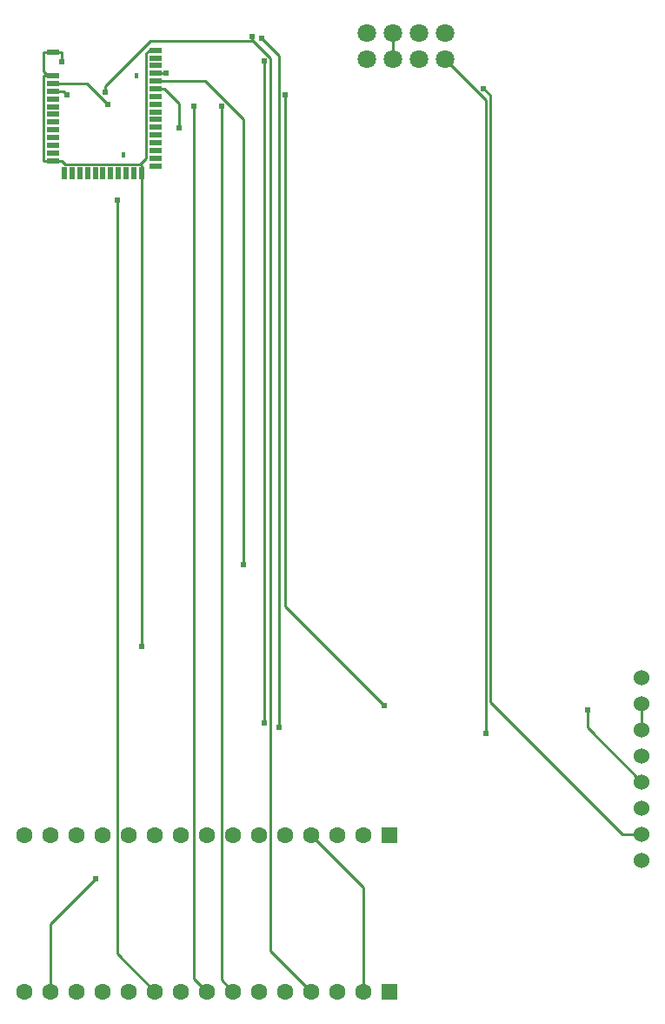
<source format=gtl>
G04 Layer: TopLayer*
G04 EasyEDA v6.5.42, 2024-05-28 01:04:16*
G04 864da046108442dba22ddf06c26b1ed7,510c7b70758e4c7f89447156c1b3190b,10*
G04 Gerber Generator version 0.2*
G04 Scale: 100 percent, Rotated: No, Reflected: No *
G04 Dimensions in millimeters *
G04 leading zeros omitted , absolute positions ,4 integer and 5 decimal *
%FSLAX45Y45*%
%MOMM*%

%ADD10C,0.2540*%
%ADD11R,1.1999X0.4999*%
%ADD12R,0.4999X1.1999*%
%ADD13R,0.4001X0.5999*%
%ADD14C,1.5240*%
%ADD15R,1.6000X1.6000*%
%ADD16C,1.6000*%
%ADD17C,1.8000*%
%ADD18C,0.6100*%

%LPD*%
D10*
X3930294Y3019602D02*
G01*
X2966313Y3983583D01*
X2966313Y8959469D01*
X1806371Y9172473D02*
G01*
X1699996Y9172473D01*
X2762351Y9292056D02*
G01*
X2762351Y2850895D01*
X1699996Y9022486D02*
G01*
X1787905Y9022486D01*
X4898821Y9024950D02*
G01*
X4965065Y8958706D01*
X4965065Y3048990D01*
X6248755Y1765300D01*
X6438900Y1765300D01*
X1787905Y9022486D02*
G01*
X1930171Y8880220D01*
X1930171Y8642045D01*
X5907303Y2972841D02*
G01*
X5907303Y2804896D01*
X6438900Y2273300D01*
X1699996Y9097492D02*
G01*
X2185873Y9097492D01*
X2560650Y8722715D01*
X2560650Y4390897D01*
X2902889Y2806344D02*
G01*
X2902889Y9344812D01*
X2734487Y9513214D01*
X1120012Y1334541D02*
G01*
X675944Y890473D01*
X675944Y237947D01*
X4521200Y9309100D02*
G01*
X4919954Y8910345D01*
X4919954Y2748432D01*
X6438900Y2781300D02*
G01*
X6438900Y3035300D01*
X4013200Y9309100D02*
G01*
X4013200Y9563100D01*
X2342921Y8855760D02*
G01*
X2342921Y349072D01*
X2453995Y237997D01*
X1691944Y237947D02*
G01*
X1327632Y602259D01*
X1327632Y7938338D01*
X699998Y9072473D02*
G01*
X1030300Y9072473D01*
X1235405Y8867368D01*
X843026Y8962339D02*
G01*
X807872Y8997492D01*
X699998Y8997492D01*
X2199944Y237947D02*
G01*
X2073020Y364870D01*
X2072995Y364870D01*
X2072995Y8856954D01*
X3215944Y237947D02*
G01*
X2820924Y632968D01*
X2820924Y9316338D01*
X2651582Y9485680D01*
X2641218Y9485680D01*
X2641218Y9485680D02*
G01*
X1655749Y9485680D01*
X1215694Y9045625D01*
X1215694Y8987739D01*
X2641218Y9485680D02*
G01*
X2641218Y9529470D01*
X1564995Y3591077D02*
G01*
X1564995Y8199983D01*
X1554734Y8288070D02*
G01*
X822325Y8288070D01*
X787907Y8322487D01*
X1564995Y8277809D02*
G01*
X1554734Y8288070D01*
X1699996Y9397492D02*
G01*
X1643938Y9397492D01*
X1611909Y9365462D01*
X1611909Y8345246D01*
X1554734Y8288070D01*
X787907Y9379991D02*
G01*
X787907Y9280448D01*
X699998Y9379991D02*
G01*
X787907Y9379991D01*
X3215995Y1761997D02*
G01*
X3723995Y1253997D01*
X3723995Y237997D01*
X699998Y9379991D02*
G01*
X612089Y9379991D01*
X656056Y9147479D02*
G01*
X612089Y9191447D01*
X612089Y9379991D01*
X656056Y9147479D02*
G01*
X612089Y9147479D01*
X699998Y9147479D02*
G01*
X656056Y9147479D01*
X699998Y8322487D02*
G01*
X612089Y8322487D01*
X612089Y8322487D02*
G01*
X611911Y8322665D01*
X611911Y9147302D01*
X612089Y9147479D01*
X741146Y8322487D02*
G01*
X699998Y8322487D01*
X741146Y8322487D02*
G01*
X787907Y8322487D01*
X1564995Y8199983D02*
G01*
X1564995Y8277809D01*
D11*
G01*
X699998Y9379991D03*
G01*
X699998Y9147479D03*
G01*
X699998Y9072473D03*
G01*
X699998Y8997492D03*
G01*
X699998Y8922486D03*
G01*
X699998Y8847480D03*
G01*
X699998Y8772474D03*
G01*
X699998Y8697493D03*
G01*
X699998Y8622487D03*
G01*
X699998Y8547480D03*
G01*
X699998Y8472474D03*
G01*
X699998Y8397494D03*
G01*
X699998Y8322487D03*
D12*
G01*
X815009Y8199983D03*
G01*
X889990Y8199983D03*
G01*
X964996Y8199983D03*
G01*
X1040003Y8199983D03*
G01*
X1115009Y8199983D03*
G01*
X1189989Y8199983D03*
G01*
X1264996Y8199983D03*
G01*
X1340002Y8199983D03*
G01*
X1415008Y8199983D03*
G01*
X1489989Y8199983D03*
G01*
X1564995Y8199983D03*
D11*
G01*
X1699996Y8272475D03*
G01*
X1699996Y8347481D03*
G01*
X1699996Y8422487D03*
G01*
X1699996Y8497493D03*
G01*
X1699996Y8572474D03*
G01*
X1699996Y8647480D03*
G01*
X1699996Y8722487D03*
G01*
X1699996Y8797493D03*
G01*
X1699996Y8872474D03*
G01*
X1699996Y8947480D03*
G01*
X1699996Y9022486D03*
G01*
X1699996Y9097492D03*
G01*
X1699996Y9172473D03*
G01*
X1699996Y9247479D03*
G01*
X1699996Y9322485D03*
G01*
X1699996Y9397492D03*
D13*
G01*
X1519986Y9144990D03*
G01*
X1389989Y8374989D03*
D14*
G01*
X6438900Y3289300D03*
G01*
X6438900Y3035300D03*
G01*
X6438900Y2781300D03*
G01*
X6438900Y2527300D03*
G01*
X6438900Y2273300D03*
G01*
X6438900Y2019300D03*
G01*
X6438900Y1765300D03*
G01*
X6438900Y1511300D03*
D15*
G01*
X3977995Y1761997D03*
D16*
G01*
X3723995Y237997D03*
G01*
X3215944Y237947D03*
G01*
X2707944Y237947D03*
G01*
X2199944Y237947D03*
G01*
X1691944Y237947D03*
G01*
X1183944Y237947D03*
G01*
X675944Y237947D03*
G01*
X421995Y1761997D03*
G01*
X930046Y1761947D03*
G01*
X1438046Y1761947D03*
G01*
X1946046Y1761947D03*
G01*
X2454046Y1761947D03*
G01*
X2962046Y1761947D03*
G01*
X3470046Y1761947D03*
G01*
X3723995Y1761997D03*
G01*
X3215995Y1761997D03*
G01*
X2707995Y1761997D03*
G01*
X2199995Y1761997D03*
G01*
X1691995Y1761997D03*
G01*
X1183995Y1761997D03*
G01*
X675995Y1761997D03*
G01*
X421995Y237997D03*
G01*
X929995Y237997D03*
G01*
X1437995Y237997D03*
G01*
X1945995Y237997D03*
G01*
X2453995Y237997D03*
G01*
X2961995Y237997D03*
G01*
X3469995Y237997D03*
D15*
G01*
X3977995Y237997D03*
D17*
G01*
X3759200Y9563100D03*
G01*
X4013200Y9563100D03*
G01*
X4267200Y9563100D03*
G01*
X4521200Y9563100D03*
G01*
X4521200Y9309100D03*
G01*
X4267200Y9309100D03*
G01*
X4013200Y9309100D03*
G01*
X3759200Y9309100D03*
D18*
G01*
X1806371Y9172473D03*
G01*
X2966313Y8959469D03*
G01*
X3930294Y3019602D03*
G01*
X2762351Y9292056D03*
G01*
X2762351Y2850895D03*
G01*
X4898821Y9024950D03*
G01*
X1930171Y8642045D03*
G01*
X5907303Y2972841D03*
G01*
X2560650Y4390897D03*
G01*
X2734487Y9513214D03*
G01*
X2902889Y2806344D03*
G01*
X1120012Y1334541D03*
G01*
X4919954Y2748432D03*
G01*
X2342921Y8855760D03*
G01*
X1327632Y7938338D03*
G01*
X1235405Y8867368D03*
G01*
X843026Y8962339D03*
G01*
X2072995Y8856954D03*
G01*
X2641218Y9529470D03*
G01*
X1215694Y8987739D03*
G01*
X1564995Y3591077D03*
G01*
X787907Y9280448D03*
M02*

</source>
